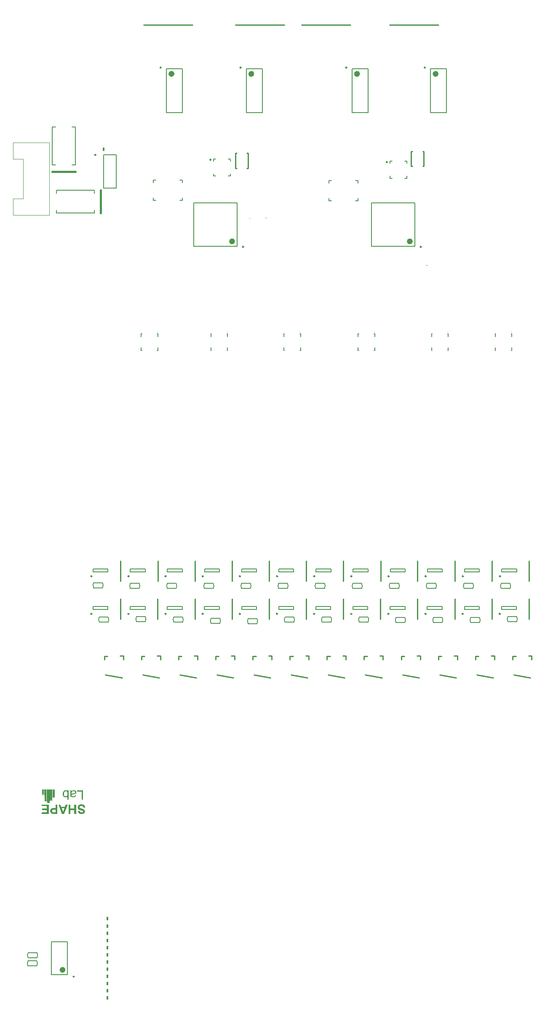
<source format=gto>
G04 Layer_Color=15132400*
%FSLAX25Y25*%
%MOIN*%
G70*
G01*
G75*
%ADD50C,0.00800*%
%ADD53C,0.01000*%
%ADD68C,0.02362*%
%ADD69C,0.00984*%
%ADD70C,0.00394*%
%ADD71C,0.00500*%
%ADD72C,0.01575*%
%ADD73C,0.00787*%
%ADD74C,0.00050*%
%ADD75R,0.01600X0.02800*%
%ADD76R,0.01525X0.03773*%
%ADD77R,0.01525X0.08873*%
%ADD78R,0.01525X0.10077*%
%ADD79R,0.01525X0.08415*%
%ADD80R,0.01490X0.05968*%
G36*
X148146Y343707D02*
X148210D01*
X148285Y343697D01*
X148382Y343675D01*
X148597Y343621D01*
X148715Y343579D01*
X148833Y343525D01*
X148962Y343460D01*
X149080Y343385D01*
X149209Y343288D01*
X149327Y343181D01*
X149434Y343063D01*
X149542Y342923D01*
Y343600D01*
X150390D01*
Y336168D01*
X149478D01*
Y338821D01*
X149467Y338810D01*
X149456Y338788D01*
X149424Y338756D01*
X149370Y338703D01*
X149316Y338649D01*
X149252Y338584D01*
X149166Y338520D01*
X149080Y338456D01*
X148865Y338316D01*
X148618Y338209D01*
X148479Y338155D01*
X148328Y338123D01*
X148167Y338101D01*
X148006Y338090D01*
X147920D01*
X147824Y338101D01*
X147705Y338112D01*
X147566Y338144D01*
X147405Y338176D01*
X147233Y338230D01*
X147072Y338294D01*
X147050Y338305D01*
X146996Y338327D01*
X146911Y338380D01*
X146814Y338445D01*
X146696Y338520D01*
X146578Y338617D01*
X146449Y338735D01*
X146341Y338864D01*
X146331Y338874D01*
X146298Y338928D01*
X146245Y339003D01*
X146180Y339100D01*
X146105Y339229D01*
X146030Y339379D01*
X145955Y339551D01*
X145890Y339734D01*
Y339744D01*
X145880Y339755D01*
X145869Y339787D01*
X145858Y339820D01*
X145837Y339927D01*
X145804Y340067D01*
X145772Y340228D01*
X145740Y340410D01*
X145729Y340614D01*
X145719Y340829D01*
Y340840D01*
Y340894D01*
Y340958D01*
X145729Y341055D01*
X145740Y341173D01*
X145751Y341302D01*
X145772Y341452D01*
X145804Y341613D01*
X145890Y341957D01*
X145944Y342139D01*
X146008Y342311D01*
X146084Y342494D01*
X146180Y342655D01*
X146288Y342816D01*
X146406Y342966D01*
X146417Y342977D01*
X146438Y342999D01*
X146470Y343031D01*
X146524Y343084D01*
X146599Y343138D01*
X146674Y343203D01*
X146760Y343267D01*
X146868Y343342D01*
X146986Y343407D01*
X147104Y343482D01*
X147394Y343600D01*
X147544Y343654D01*
X147705Y343686D01*
X147877Y343707D01*
X148049Y343718D01*
X148092D01*
X148146Y343707D01*
D02*
G37*
G36*
X161850Y336168D02*
X160862D01*
Y342719D01*
X157200D01*
Y343600D01*
X161850D01*
Y336168D01*
D02*
G37*
G36*
X154772Y343707D02*
X154848D01*
X154933Y343697D01*
X155127Y343664D01*
X155341Y343611D01*
X155578Y343535D01*
X155793Y343428D01*
X155986Y343288D01*
X156007Y343267D01*
X156061Y343213D01*
X156136Y343117D01*
X156222Y342988D01*
X156308Y342827D01*
X156383Y342644D01*
X156437Y342419D01*
X156448Y342311D01*
X156458Y342182D01*
Y342161D01*
Y342118D01*
X156448Y342043D01*
X156437Y341946D01*
X156415Y341828D01*
X156383Y341710D01*
X156340Y341581D01*
X156287Y341463D01*
X156276Y341452D01*
X156254Y341409D01*
X156211Y341344D01*
X156158Y341269D01*
X156093Y341183D01*
X156007Y341097D01*
X155921Y341012D01*
X155814Y340936D01*
X155803Y340926D01*
X155760Y340904D01*
X155707Y340861D01*
X155621Y340818D01*
X155524Y340775D01*
X155406Y340722D01*
X155288Y340679D01*
X155148Y340636D01*
X155137D01*
X155095Y340625D01*
X155030Y340603D01*
X154944Y340593D01*
X154837Y340571D01*
X154697Y340550D01*
X154536Y340518D01*
X154343Y340496D01*
X154332D01*
X154289Y340485D01*
X154235D01*
X154160Y340475D01*
X154074Y340464D01*
X153967Y340442D01*
X153849Y340432D01*
X153720Y340410D01*
X153462Y340356D01*
X153183Y340303D01*
X152936Y340238D01*
X152818Y340206D01*
X152710Y340174D01*
Y340163D01*
Y340142D01*
X152699Y340077D01*
Y340002D01*
Y339959D01*
Y339938D01*
Y339927D01*
Y339916D01*
Y339852D01*
X152710Y339744D01*
X152732Y339626D01*
X152764Y339497D01*
X152818Y339368D01*
X152882Y339250D01*
X152968Y339154D01*
X152979Y339143D01*
X153032Y339100D01*
X153118Y339057D01*
X153226Y338993D01*
X153376Y338939D01*
X153548Y338885D01*
X153763Y338853D01*
X154010Y338842D01*
X154117D01*
X154225Y338853D01*
X154375Y338874D01*
X154525Y338896D01*
X154686Y338939D01*
X154837Y338993D01*
X154966Y339068D01*
X154976Y339078D01*
X155019Y339111D01*
X155073Y339164D01*
X155137Y339250D01*
X155202Y339358D01*
X155277Y339497D01*
X155341Y339669D01*
X155406Y339862D01*
X156297Y339744D01*
Y339734D01*
X156287Y339723D01*
Y339691D01*
X156276Y339648D01*
X156244Y339551D01*
X156201Y339411D01*
X156147Y339272D01*
X156083Y339121D01*
X155997Y338971D01*
X155900Y338831D01*
X155889Y338821D01*
X155846Y338778D01*
X155782Y338713D01*
X155696Y338627D01*
X155578Y338541D01*
X155438Y338456D01*
X155277Y338359D01*
X155095Y338284D01*
X155084D01*
X155073Y338273D01*
X155041Y338262D01*
X154998Y338251D01*
X154890Y338219D01*
X154740Y338187D01*
X154568Y338155D01*
X154353Y338123D01*
X154128Y338101D01*
X153870Y338090D01*
X153752D01*
X153634Y338101D01*
X153473Y338112D01*
X153290Y338133D01*
X153108Y338165D01*
X152925Y338209D01*
X152753Y338262D01*
X152732Y338273D01*
X152678Y338294D01*
X152603Y338327D01*
X152506Y338370D01*
X152399Y338434D01*
X152291Y338498D01*
X152195Y338584D01*
X152109Y338670D01*
X152098Y338681D01*
X152076Y338713D01*
X152044Y338767D01*
X152001Y338831D01*
X151948Y338928D01*
X151905Y339025D01*
X151862Y339143D01*
X151830Y339282D01*
Y339293D01*
X151819Y339325D01*
X151808Y339390D01*
X151797Y339476D01*
Y339594D01*
X151787Y339734D01*
X151776Y339916D01*
Y340120D01*
Y341344D01*
Y341355D01*
Y341398D01*
Y341463D01*
Y341549D01*
Y341645D01*
Y341763D01*
X151765Y342021D01*
Y342290D01*
X151754Y342558D01*
X151744Y342676D01*
Y342784D01*
X151733Y342880D01*
X151722Y342955D01*
Y342966D01*
X151711Y343009D01*
X151701Y343074D01*
X151668Y343160D01*
X151647Y343256D01*
X151604Y343364D01*
X151550Y343482D01*
X151497Y343600D01*
X152452D01*
X152463Y343589D01*
X152474Y343546D01*
X152495Y343493D01*
X152528Y343407D01*
X152560Y343310D01*
X152581Y343192D01*
X152603Y343063D01*
X152624Y342923D01*
X152635D01*
X152646Y342945D01*
X152710Y342999D01*
X152807Y343074D01*
X152936Y343170D01*
X153097Y343267D01*
X153258Y343374D01*
X153430Y343471D01*
X153612Y343546D01*
X153634Y343557D01*
X153698Y343568D01*
X153795Y343600D01*
X153913Y343632D01*
X154063Y343664D01*
X154235Y343686D01*
X154429Y343707D01*
X154622Y343718D01*
X154708D01*
X154772Y343707D01*
D02*
G37*
G36*
X156293Y325037D02*
X154804D01*
Y327931D01*
X151899D01*
Y325037D01*
X150409D01*
Y332400D01*
X151899D01*
Y329176D01*
X154804D01*
Y332400D01*
X156293D01*
Y325037D01*
D02*
G37*
G36*
X160752Y332528D02*
X160869Y332517D01*
X160996Y332506D01*
X161145Y332485D01*
X161305Y332453D01*
X161656Y332379D01*
X161837Y332326D01*
X162007Y332272D01*
X162188Y332198D01*
X162358Y332113D01*
X162518Y332017D01*
X162667Y331900D01*
X162678Y331889D01*
X162699Y331868D01*
X162741Y331836D01*
X162784Y331783D01*
X162848Y331708D01*
X162912Y331623D01*
X162986Y331527D01*
X163060Y331421D01*
X163135Y331293D01*
X163209Y331155D01*
X163284Y330995D01*
X163358Y330825D01*
X163412Y330644D01*
X163476Y330442D01*
X163518Y330229D01*
X163550Y330006D01*
X162103Y329868D01*
Y329878D01*
X162092Y329900D01*
Y329942D01*
X162082Y329985D01*
X162039Y330112D01*
X161986Y330272D01*
X161922Y330453D01*
X161826Y330634D01*
X161720Y330793D01*
X161582Y330942D01*
X161560Y330953D01*
X161507Y330995D01*
X161422Y331049D01*
X161294Y331113D01*
X161135Y331176D01*
X160954Y331230D01*
X160741Y331272D01*
X160496Y331283D01*
X160379D01*
X160251Y331261D01*
X160092Y331240D01*
X159922Y331208D01*
X159741Y331155D01*
X159571Y331081D01*
X159422Y330985D01*
X159400Y330974D01*
X159358Y330932D01*
X159305Y330868D01*
X159230Y330783D01*
X159166Y330676D01*
X159102Y330549D01*
X159060Y330421D01*
X159049Y330272D01*
Y330261D01*
Y330229D01*
X159060Y330176D01*
X159071Y330112D01*
X159092Y330048D01*
X159113Y329974D01*
X159156Y329900D01*
X159209Y329825D01*
X159220Y329814D01*
X159241Y329793D01*
X159273Y329761D01*
X159326Y329719D01*
X159400Y329665D01*
X159496Y329612D01*
X159602Y329559D01*
X159741Y329506D01*
X159751D01*
X159794Y329485D01*
X159869Y329463D01*
X159922Y329442D01*
X159985Y329431D01*
X160060Y329410D01*
X160145Y329378D01*
X160241Y329357D01*
X160347Y329325D01*
X160475Y329293D01*
X160613Y329261D01*
X160762Y329219D01*
X160933Y329176D01*
X160943D01*
X160986Y329165D01*
X161049Y329144D01*
X161124Y329123D01*
X161220Y329091D01*
X161337Y329059D01*
X161454Y329016D01*
X161592Y328974D01*
X161869Y328868D01*
X162135Y328740D01*
X162273Y328676D01*
X162390Y328602D01*
X162507Y328527D01*
X162603Y328452D01*
X162614Y328442D01*
X162635Y328421D01*
X162667Y328389D01*
X162709Y328346D01*
X162763Y328282D01*
X162816Y328208D01*
X162880Y328133D01*
X162933Y328038D01*
X163060Y327814D01*
X163167Y327559D01*
X163209Y327420D01*
X163241Y327282D01*
X163263Y327122D01*
X163273Y326963D01*
Y326952D01*
Y326942D01*
Y326910D01*
Y326867D01*
X163252Y326761D01*
X163231Y326622D01*
X163199Y326463D01*
X163146Y326282D01*
X163071Y326090D01*
X162965Y325909D01*
Y325899D01*
X162954Y325888D01*
X162901Y325824D01*
X162837Y325739D01*
X162731Y325633D01*
X162603Y325516D01*
X162443Y325388D01*
X162262Y325271D01*
X162050Y325165D01*
X162039D01*
X162018Y325154D01*
X161986Y325144D01*
X161943Y325122D01*
X161880Y325101D01*
X161816Y325080D01*
X161731Y325058D01*
X161635Y325026D01*
X161422Y324984D01*
X161177Y324941D01*
X160901Y324909D01*
X160592Y324899D01*
X160464D01*
X160369Y324909D01*
X160251Y324920D01*
X160113Y324931D01*
X159975Y324952D01*
X159815Y324973D01*
X159475Y325048D01*
X159305Y325101D01*
X159134Y325154D01*
X158964Y325229D01*
X158805Y325314D01*
X158656Y325410D01*
X158517Y325516D01*
X158507Y325526D01*
X158485Y325548D01*
X158453Y325580D01*
X158411Y325622D01*
X158358Y325686D01*
X158294Y325761D01*
X158230Y325846D01*
X158156Y325941D01*
X158092Y326059D01*
X158028Y326176D01*
X157964Y326314D01*
X157911Y326463D01*
X157858Y326612D01*
X157815Y326782D01*
X157783Y326952D01*
X157772Y327144D01*
X159262Y327197D01*
Y327186D01*
Y327176D01*
X159283Y327101D01*
X159305Y327006D01*
X159347Y326888D01*
X159400Y326750D01*
X159475Y326622D01*
X159571Y326495D01*
X159677Y326388D01*
X159688Y326378D01*
X159730Y326346D01*
X159805Y326303D01*
X159911Y326261D01*
X160039Y326218D01*
X160198Y326176D01*
X160390Y326144D01*
X160613Y326133D01*
X160720D01*
X160837Y326144D01*
X160975Y326165D01*
X161135Y326197D01*
X161305Y326250D01*
X161465Y326314D01*
X161614Y326410D01*
X161624Y326420D01*
X161645Y326442D01*
X161688Y326473D01*
X161731Y326527D01*
X161773Y326590D01*
X161816Y326676D01*
X161837Y326761D01*
X161848Y326867D01*
Y326878D01*
Y326910D01*
X161837Y326963D01*
X161816Y327016D01*
X161794Y327091D01*
X161762Y327165D01*
X161709Y327240D01*
X161635Y327314D01*
X161624Y327325D01*
X161571Y327357D01*
X161539Y327378D01*
X161486Y327399D01*
X161433Y327431D01*
X161358Y327463D01*
X161273Y327495D01*
X161177Y327537D01*
X161060Y327580D01*
X160943Y327623D01*
X160794Y327665D01*
X160635Y327708D01*
X160464Y327750D01*
X160273Y327803D01*
X160262D01*
X160220Y327814D01*
X160166Y327825D01*
X160092Y327846D01*
X160007Y327867D01*
X159900Y327899D01*
X159783Y327931D01*
X159666Y327963D01*
X159411Y328048D01*
X159145Y328133D01*
X158890Y328229D01*
X158783Y328282D01*
X158677Y328335D01*
X158666D01*
X158656Y328346D01*
X158592Y328389D01*
X158496Y328452D01*
X158379Y328538D01*
X158251Y328644D01*
X158113Y328772D01*
X157975Y328921D01*
X157858Y329091D01*
X157847Y329112D01*
X157815Y329176D01*
X157762Y329272D01*
X157709Y329410D01*
X157655Y329580D01*
X157602Y329783D01*
X157570Y330006D01*
X157560Y330261D01*
Y330272D01*
Y330293D01*
Y330325D01*
Y330368D01*
X157570Y330421D01*
X157581Y330495D01*
X157602Y330644D01*
X157645Y330836D01*
X157709Y331038D01*
X157804Y331240D01*
X157921Y331453D01*
Y331464D01*
X157943Y331474D01*
X157985Y331538D01*
X158070Y331645D01*
X158177Y331762D01*
X158315Y331900D01*
X158496Y332028D01*
X158687Y332155D01*
X158922Y332272D01*
X158932D01*
X158953Y332283D01*
X158985Y332294D01*
X159039Y332315D01*
X159102Y332336D01*
X159177Y332357D01*
X159262Y332379D01*
X159358Y332400D01*
X159475Y332432D01*
X159592Y332453D01*
X159869Y332496D01*
X160177Y332528D01*
X160518Y332538D01*
X160656D01*
X160752Y332528D01*
D02*
G37*
G36*
X146771Y325037D02*
X145196D01*
X142238Y332400D01*
X143845D01*
X144483Y330730D01*
X147441D01*
X148047Y332400D01*
X149622D01*
X146771Y325037D01*
D02*
G37*
G36*
X434291Y758897D02*
X434029D01*
X433910Y758774D01*
X434291Y758506D01*
Y758374D01*
X433843Y758704D01*
X433536Y758388D01*
Y758525D01*
X433911Y758897D01*
X433536D01*
Y758998D01*
X434291D01*
Y758897D01*
D02*
G37*
G36*
X141440Y325037D02*
X138727D01*
X138610Y325048D01*
X138333D01*
X138035Y325069D01*
X137737Y325090D01*
X137610Y325101D01*
X137482Y325112D01*
X137375Y325133D01*
X137290Y325154D01*
X137280D01*
X137259Y325165D01*
X137227Y325175D01*
X137184Y325186D01*
X137067Y325239D01*
X136918Y325303D01*
X136758Y325399D01*
X136577Y325526D01*
X136407Y325686D01*
X136237Y325878D01*
Y325888D01*
X136216Y325899D01*
X136195Y325931D01*
X136173Y325973D01*
X136131Y326037D01*
X136099Y326101D01*
X136056Y326176D01*
X136014Y326261D01*
X135939Y326473D01*
X135865Y326708D01*
X135822Y326995D01*
X135801Y327303D01*
Y327314D01*
Y327335D01*
Y327367D01*
Y327420D01*
X135811Y327474D01*
Y327548D01*
X135833Y327697D01*
X135865Y327878D01*
X135907Y328080D01*
X135971Y328272D01*
X136056Y328452D01*
X136067Y328474D01*
X136099Y328527D01*
X136152Y328612D01*
X136226Y328718D01*
X136312Y328825D01*
X136429Y328953D01*
X136546Y329070D01*
X136684Y329176D01*
X136705Y329187D01*
X136748Y329219D01*
X136822Y329261D01*
X136918Y329314D01*
X137035Y329378D01*
X137163Y329431D01*
X137301Y329485D01*
X137450Y329527D01*
X137471D01*
X137503Y329538D01*
X137546D01*
X137599Y329548D01*
X137673Y329559D01*
X137748Y329570D01*
X137844D01*
X137940Y329580D01*
X138057Y329591D01*
X138184Y329602D01*
X138322Y329612D01*
X138471D01*
X138631Y329623D01*
X139950D01*
Y332400D01*
X141440D01*
Y325037D01*
D02*
G37*
G36*
X134577D02*
X129119D01*
Y326282D01*
X133088D01*
Y327910D01*
X129396D01*
Y329155D01*
X133088D01*
Y331155D01*
X128981D01*
Y332400D01*
X134577D01*
Y325037D01*
D02*
G37*
G36*
X433864Y771702D02*
Y771593D01*
X433109Y771284D01*
Y771397D01*
X433338Y771486D01*
Y771802D01*
X433109Y771884D01*
Y771989D01*
X433864Y771702D01*
D02*
G37*
G36*
X306696Y795942D02*
X307012Y795636D01*
X306875D01*
X306503Y796011D01*
Y795636D01*
X306402D01*
Y796390D01*
X306503D01*
Y796129D01*
X306626Y796010D01*
X306894Y796390D01*
X307026D01*
X306696Y795942D01*
D02*
G37*
G36*
X294116Y795209D02*
X294002D01*
X293914Y795438D01*
X293598D01*
X293516Y795209D01*
X293411D01*
X293698Y795964D01*
X293807D01*
X294116Y795209D01*
D02*
G37*
%LPC*%
G36*
X139950Y328378D02*
X138929D01*
X138855Y328367D01*
X138663D01*
X138471Y328357D01*
X138280Y328335D01*
X138110Y328304D01*
X138035Y328293D01*
X137971Y328272D01*
X137961Y328261D01*
X137918Y328250D01*
X137865Y328218D01*
X137801Y328186D01*
X137727Y328133D01*
X137652Y328069D01*
X137567Y327995D01*
X137503Y327910D01*
X137493Y327899D01*
X137471Y327867D01*
X137450Y327814D01*
X137418Y327740D01*
X137386Y327655D01*
X137354Y327559D01*
X137344Y327452D01*
X137333Y327335D01*
Y327314D01*
Y327272D01*
X137344Y327197D01*
X137365Y327101D01*
X137397Y326995D01*
X137439Y326878D01*
X137493Y326771D01*
X137578Y326665D01*
X137588Y326654D01*
X137620Y326622D01*
X137673Y326580D01*
X137737Y326527D01*
X137822Y326463D01*
X137929Y326410D01*
X138046Y326367D01*
X138174Y326335D01*
X138184D01*
X138227Y326325D01*
X138301Y326314D01*
X138408Y326303D01*
X138546D01*
X138642Y326293D01*
X138737D01*
X138844Y326282D01*
X139950D01*
Y328378D01*
D02*
G37*
G36*
X146994Y329485D02*
X144962D01*
X145994Y326750D01*
X146994Y329485D01*
D02*
G37*
G36*
X293751Y795885D02*
Y795884D01*
X293750Y795882D01*
Y795878D01*
X293747Y795873D01*
X293746Y795866D01*
X293744Y795858D01*
X293740Y795839D01*
X293734Y795818D01*
X293727Y795794D01*
X293719Y795767D01*
X293709Y795740D01*
X293628Y795520D01*
X293882D01*
X293804Y795727D01*
Y795728D01*
X293803Y795731D01*
X293801Y795737D01*
X293799Y795744D01*
X293795Y795751D01*
X293792Y795761D01*
X293789Y795772D01*
X293784Y795783D01*
X293776Y795808D01*
X293767Y795834D01*
X293758Y795860D01*
X293751Y795885D01*
D02*
G37*
G36*
X433420Y771772D02*
Y771517D01*
X433627Y771596D01*
X433628D01*
X433632Y771597D01*
X433637Y771599D01*
X433643Y771601D01*
X433651Y771605D01*
X433661Y771608D01*
X433672Y771611D01*
X433683Y771615D01*
X433708Y771624D01*
X433734Y771633D01*
X433760Y771642D01*
X433785Y771649D01*
X433784D01*
X433782Y771650D01*
X433778D01*
X433773Y771653D01*
X433766Y771654D01*
X433758Y771656D01*
X433739Y771660D01*
X433718Y771666D01*
X433694Y771673D01*
X433668Y771681D01*
X433640Y771691D01*
X433420Y771772D01*
D02*
G37*
G36*
X148124Y342966D02*
X148071D01*
X148028Y342955D01*
X147909Y342934D01*
X147770Y342902D01*
X147609Y342837D01*
X147437Y342752D01*
X147265Y342623D01*
X147179Y342537D01*
X147093Y342451D01*
Y342440D01*
X147072Y342429D01*
X147050Y342397D01*
X147029Y342354D01*
X146986Y342300D01*
X146954Y342236D01*
X146911Y342150D01*
X146868Y342064D01*
X146835Y341957D01*
X146792Y341849D01*
X146749Y341720D01*
X146717Y341581D01*
X146696Y341430D01*
X146674Y341269D01*
X146653Y341087D01*
Y340904D01*
Y340894D01*
Y340861D01*
Y340808D01*
X146664Y340732D01*
Y340647D01*
X146674Y340539D01*
X146706Y340314D01*
X146749Y340067D01*
X146825Y339798D01*
X146932Y339562D01*
X146996Y339444D01*
X147072Y339347D01*
Y339336D01*
X147093Y339325D01*
X147147Y339272D01*
X147233Y339186D01*
X147351Y339089D01*
X147501Y339003D01*
X147673Y338917D01*
X147877Y338864D01*
X147985Y338842D01*
X148146D01*
X148189Y338853D01*
X148307Y338874D01*
X148446Y338907D01*
X148608Y338971D01*
X148779Y339068D01*
X148865Y339121D01*
X148951Y339196D01*
X149037Y339272D01*
X149123Y339368D01*
Y339379D01*
X149144Y339390D01*
X149166Y339422D01*
X149188Y339465D01*
X149220Y339519D01*
X149263Y339583D01*
X149295Y339658D01*
X149338Y339744D01*
X149381Y339852D01*
X149413Y339959D01*
X149456Y340088D01*
X149488Y340217D01*
X149510Y340367D01*
X149531Y340528D01*
X149553Y340689D01*
Y340872D01*
Y340883D01*
Y340915D01*
Y340969D01*
Y341033D01*
X149542Y341108D01*
Y341205D01*
X149520Y341409D01*
X149488Y341634D01*
X149445Y341871D01*
X149381Y342086D01*
X149338Y342182D01*
X149295Y342268D01*
Y342279D01*
X149273Y342300D01*
X149252Y342333D01*
X149220Y342376D01*
X149123Y342494D01*
X148983Y342612D01*
X148822Y342741D01*
X148618Y342859D01*
X148511Y342902D01*
X148382Y342934D01*
X148264Y342955D01*
X148124Y342966D01*
D02*
G37*
G36*
X154396Y342999D02*
X154311D01*
X154203Y342988D01*
X154085Y342966D01*
X153935Y342945D01*
X153784Y342902D01*
X153623Y342848D01*
X153462Y342773D01*
X153440Y342762D01*
X153398Y342730D01*
X153322Y342676D01*
X153236Y342601D01*
X153140Y342515D01*
X153032Y342408D01*
X152946Y342279D01*
X152861Y342139D01*
X152850Y342129D01*
X152839Y342086D01*
X152818Y342010D01*
X152785Y341914D01*
X152753Y341785D01*
X152732Y341634D01*
X152721Y341452D01*
X152710Y341237D01*
X152699Y340894D01*
X152710D01*
X152721Y340904D01*
X152753Y340915D01*
X152796Y340926D01*
X152850Y340947D01*
X152914Y340969D01*
X152989Y340990D01*
X153075Y341012D01*
X153172Y341044D01*
X153290Y341065D01*
X153408Y341097D01*
X153548Y341130D01*
X153698Y341162D01*
X153849Y341194D01*
X154021Y341216D01*
X154203Y341248D01*
X154225D01*
X154289Y341259D01*
X154396Y341280D01*
X154515Y341302D01*
X154643Y341323D01*
X154772Y341355D01*
X154890Y341388D01*
X154998Y341430D01*
X155009D01*
X155041Y341452D01*
X155084Y341473D01*
X155127Y341506D01*
X155256Y341592D01*
X155363Y341720D01*
Y341731D01*
X155385Y341753D01*
X155395Y341796D01*
X155417Y341849D01*
X155438Y341914D01*
X155460Y341978D01*
X155470Y342064D01*
X155481Y342150D01*
Y342161D01*
Y342214D01*
X155470Y342279D01*
X155449Y342365D01*
X155417Y342461D01*
X155363Y342558D01*
X155299Y342666D01*
X155213Y342762D01*
X155202Y342773D01*
X155159Y342794D01*
X155095Y342837D01*
X155009Y342880D01*
X154890Y342923D01*
X154751Y342966D01*
X154590Y342988D01*
X154396Y342999D01*
D02*
G37*
%LPD*%
D50*
X356400Y823700D02*
Y825700D01*
X358400D01*
X377400D02*
X379400D01*
Y823700D02*
Y825700D01*
Y809700D02*
Y811700D01*
X377400Y809700D02*
X379400D01*
X356400D02*
X358400D01*
X356400D02*
Y811700D01*
X217400Y823900D02*
Y825900D01*
X219400D01*
X238400D02*
X240400D01*
Y823900D02*
Y825900D01*
Y809900D02*
Y811900D01*
X238400Y809900D02*
X240400D01*
X217400D02*
X219400D01*
X217400D02*
Y811900D01*
D53*
X220906Y508790D02*
Y524790D01*
X220893Y479075D02*
Y495075D01*
X250298Y508790D02*
Y524790D01*
X250272Y479075D02*
Y495075D01*
X279689Y508790D02*
Y524790D01*
X279650Y479075D02*
Y495075D01*
X309080Y508790D02*
Y524790D01*
X309028Y479075D02*
Y495075D01*
X338472Y508790D02*
Y524790D01*
X338406Y479075D02*
Y495075D01*
X367863Y508790D02*
Y524790D01*
X367785Y479075D02*
Y495075D01*
X397254Y508790D02*
Y524790D01*
X397163Y479075D02*
Y495075D01*
X426545Y508790D02*
Y524790D01*
X426541Y479075D02*
Y495075D01*
X456037Y508790D02*
Y524790D01*
X455919Y479075D02*
Y495075D01*
X485428Y508790D02*
Y524790D01*
X485297Y479075D02*
Y495075D01*
X514819Y508790D02*
Y524790D01*
X514676Y479075D02*
Y495075D01*
X191515Y508790D02*
Y524790D01*
Y479075D02*
Y495075D01*
X421567Y836899D02*
Y848710D01*
X431409Y836899D02*
Y848710D01*
X430622Y836899D02*
X431409D01*
X421567D02*
X422354D01*
X430622Y848710D02*
X431409D01*
X421567D02*
X422354D01*
X282464Y835306D02*
Y847118D01*
X292306Y835306D02*
Y847118D01*
X291519Y835306D02*
X292306D01*
X282464D02*
X283251D01*
X291519Y847118D02*
X292306D01*
X282464D02*
X283251D01*
X237334Y446918D02*
Y449627D01*
X239834D01*
X249834Y449918D02*
X252334D01*
Y446918D02*
Y449627D01*
X266713Y446918D02*
Y449627D01*
X269213D01*
X279213Y449918D02*
X281713D01*
Y446918D02*
Y449627D01*
X296091Y446918D02*
Y449627D01*
X298591D01*
X308591Y449918D02*
X311091D01*
Y446918D02*
Y449627D01*
X325469Y446918D02*
Y449627D01*
X327969D01*
X337969Y449918D02*
X340469D01*
Y446918D02*
Y449627D01*
X354848Y446918D02*
Y449627D01*
X357347D01*
X367348Y449918D02*
X369847D01*
Y446918D02*
Y449627D01*
X384226Y446918D02*
Y449627D01*
X386726D01*
X396726Y449918D02*
X399226D01*
Y446918D02*
Y449627D01*
X413604Y446918D02*
Y449627D01*
X416104D01*
X426104Y449918D02*
X428604D01*
Y446918D02*
Y449627D01*
X442982Y446918D02*
Y449627D01*
X445482D01*
X455482Y449918D02*
X457982D01*
Y446918D02*
Y449627D01*
X472361Y446918D02*
Y449627D01*
X474860D01*
X484861Y449918D02*
X487360D01*
Y446918D02*
Y449627D01*
X501739Y446918D02*
Y449627D01*
X504239D01*
X514239Y449918D02*
X516739D01*
Y446918D02*
Y449627D01*
X207956Y446918D02*
Y449627D01*
X210456D01*
X220456Y449918D02*
X222956D01*
Y446918D02*
Y449627D01*
X178578Y446918D02*
Y449627D01*
X181078D01*
X191078Y449918D02*
X193578D01*
Y446918D02*
Y449627D01*
X404461Y948509D02*
X443043D01*
X334861D02*
X373443D01*
X282461D02*
X321043D01*
X209861D02*
X248443D01*
X179554Y434889D02*
X192602Y432588D01*
X502714Y434889D02*
X515763Y432588D01*
X208932Y434889D02*
X221981Y432588D01*
X238310Y434889D02*
X251359Y432588D01*
X267688Y434889D02*
X280737Y432588D01*
X355823Y434889D02*
X368872Y432588D01*
X326445Y434889D02*
X339494Y432588D01*
X297067Y434889D02*
X310115Y432588D01*
X443958Y434889D02*
X457007Y432588D01*
X414580Y434889D02*
X427628Y432588D01*
X385201Y434889D02*
X398250Y432588D01*
X473336Y434889D02*
X486385Y432588D01*
D68*
X379814Y909887D02*
G03*
X379814Y909887I-1181J0D01*
G01*
X441994D02*
G03*
X441994Y909887I-1181J0D01*
G01*
X232919D02*
G03*
X232919Y909887I-1181J0D01*
G01*
X421570Y777511D02*
G03*
X421570Y777511I-1181J0D01*
G01*
X280870D02*
G03*
X280870Y777511I-1181J0D01*
G01*
X296109Y909887D02*
G03*
X296109Y909887I-1181J0D01*
G01*
X146743Y201745D02*
G03*
X146743Y201745I-1181J0D01*
G01*
D69*
X370621Y914907D02*
G03*
X370621Y914907I-492J0D01*
G01*
X432801D02*
G03*
X432801Y914907I-492J0D01*
G01*
X223726D02*
G03*
X223726Y914907I-492J0D01*
G01*
X429641Y773180D02*
G03*
X429641Y773180I-492J0D01*
G01*
X263010Y842007D02*
G03*
X263010Y842007I-492J0D01*
G01*
X288941Y773180D02*
G03*
X288941Y773180I-492J0D01*
G01*
X198211Y483150D02*
G03*
X198211Y483150I-492J0D01*
G01*
X227624Y512851D02*
G03*
X227624Y512851I-492J0D01*
G01*
X227597Y483150D02*
G03*
X227597Y483150I-492J0D01*
G01*
X257024Y512851D02*
G03*
X257024Y512851I-492J0D01*
G01*
X256984Y483150D02*
G03*
X256984Y483150I-492J0D01*
G01*
X286424Y512851D02*
G03*
X286424Y512851I-492J0D01*
G01*
X286371Y483150D02*
G03*
X286371Y483150I-492J0D01*
G01*
X315824Y512851D02*
G03*
X315824Y512851I-492J0D01*
G01*
X315758Y483150D02*
G03*
X315758Y483150I-492J0D01*
G01*
X345223Y512851D02*
G03*
X345223Y512851I-492J0D01*
G01*
X345145Y483150D02*
G03*
X345145Y483150I-492J0D01*
G01*
X374623Y512851D02*
G03*
X374623Y512851I-492J0D01*
G01*
X374532Y483150D02*
G03*
X374532Y483150I-492J0D01*
G01*
X404024Y512851D02*
G03*
X404024Y512851I-492J0D01*
G01*
X403919Y483150D02*
G03*
X403919Y483150I-492J0D01*
G01*
X433424Y512851D02*
G03*
X433424Y512851I-492J0D01*
G01*
X433306Y483150D02*
G03*
X433306Y483150I-492J0D01*
G01*
X462823Y512851D02*
G03*
X462823Y512851I-492J0D01*
G01*
X462693Y483150D02*
G03*
X462693Y483150I-492J0D01*
G01*
X492224Y512851D02*
G03*
X492224Y512851I-492J0D01*
G01*
X492080Y483150D02*
G03*
X492080Y483150I-492J0D01*
G01*
X168824Y512851D02*
G03*
X168824Y512851I-492J0D01*
G01*
Y483150D02*
G03*
X168824Y483150I-492J0D01*
G01*
X402740Y840217D02*
G03*
X402740Y840217I-492J0D01*
G01*
X171903Y845852D02*
G03*
X171903Y845852I-492J0D01*
G01*
X198224Y512851D02*
G03*
X198224Y512851I-492J0D01*
G01*
X286916Y914907D02*
G03*
X286916Y914907I-492J0D01*
G01*
X154913Y196430D02*
G03*
X154913Y196430I-492J0D01*
G01*
D70*
X333611Y706159D02*
G03*
X333611Y706159I-197J0D01*
G01*
X392376D02*
G03*
X392376Y706159I-197J0D01*
G01*
X450595D02*
G03*
X450595Y706159I-197J0D01*
G01*
X500861D02*
G03*
X500861Y706159I-197J0D01*
G01*
X220746D02*
G03*
X220746Y706159I-197J0D01*
G01*
X275861D02*
G03*
X275861Y706159I-197J0D01*
G01*
X106542Y855435D02*
X135085D01*
X106542Y842639D02*
Y855435D01*
Y842639D02*
X114416D01*
Y811143D02*
Y842639D01*
X106542Y811143D02*
X114416D01*
X106542Y798348D02*
Y811143D01*
Y798348D02*
X135085D01*
Y855435D01*
D71*
X199200Y507250D02*
G03*
X199200Y503250I3750J-2000D01*
G01*
X206200D02*
G03*
X206200Y507250I-3750J2000D01*
G01*
X211075Y476960D02*
G03*
X211075Y480960I-3750J2000D01*
G01*
X204075D02*
G03*
X204075Y476960I3750J-2000D01*
G01*
X228505Y507250D02*
G03*
X228505Y503250I3750J-2000D01*
G01*
X235505D02*
G03*
X235505Y507250I-3750J2000D01*
G01*
X240575Y476660D02*
G03*
X240575Y480660I-3750J2000D01*
G01*
X233575D02*
G03*
X233575Y476660I3750J-2000D01*
G01*
X257860Y507250D02*
G03*
X257860Y503250I3750J-2000D01*
G01*
X264860D02*
G03*
X264860Y507250I-3750J2000D01*
G01*
X270075Y475710D02*
G03*
X270075Y479710I-3750J2000D01*
G01*
X263075D02*
G03*
X263075Y475710I3750J-2000D01*
G01*
X287215Y507250D02*
G03*
X287215Y503250I3750J-2000D01*
G01*
X294215D02*
G03*
X294215Y507250I-3750J2000D01*
G01*
X299425Y475360D02*
G03*
X299425Y479360I-3750J2000D01*
G01*
X292425D02*
G03*
X292425Y475360I3750J-2000D01*
G01*
X316570Y507250D02*
G03*
X316570Y503250I3750J-2000D01*
G01*
X323570D02*
G03*
X323570Y507250I-3750J2000D01*
G01*
X328625Y476460D02*
G03*
X328625Y480460I-3750J2000D01*
G01*
X321625D02*
G03*
X321625Y476460I3750J-2000D01*
G01*
X345925Y507250D02*
G03*
X345925Y503250I3750J-2000D01*
G01*
X352925D02*
G03*
X352925Y507250I-3750J2000D01*
G01*
X358025Y476460D02*
G03*
X358025Y480460I-3750J2000D01*
G01*
X351025D02*
G03*
X351025Y476460I3750J-2000D01*
G01*
X375280Y507250D02*
G03*
X375280Y503250I3750J-2000D01*
G01*
X382280D02*
G03*
X382280Y507250I-3750J2000D01*
G01*
X387425Y476560D02*
G03*
X387425Y480560I-3750J2000D01*
G01*
X380425D02*
G03*
X380425Y476560I3750J-2000D01*
G01*
X404635Y507250D02*
G03*
X404635Y503250I3750J-2000D01*
G01*
X411635D02*
G03*
X411635Y507250I-3750J2000D01*
G01*
X416525Y476260D02*
G03*
X416525Y480260I-3750J2000D01*
G01*
X409525D02*
G03*
X409525Y476260I3750J-2000D01*
G01*
X433990Y507250D02*
G03*
X433990Y503250I3750J-2000D01*
G01*
X440990D02*
G03*
X440990Y507250I-3750J2000D01*
G01*
X446075Y476210D02*
G03*
X446075Y480210I-3750J2000D01*
G01*
X439075D02*
G03*
X439075Y476210I3750J-2000D01*
G01*
X463345Y507250D02*
G03*
X463345Y503250I3750J-2000D01*
G01*
X470345D02*
G03*
X470345Y507250I-3750J2000D01*
G01*
X475575Y476110D02*
G03*
X475575Y480110I-3750J2000D01*
G01*
X468575D02*
G03*
X468575Y476110I3750J-2000D01*
G01*
X492700Y507200D02*
G03*
X492700Y503200I3750J-2000D01*
G01*
X499700D02*
G03*
X499700Y507200I-3750J2000D01*
G01*
X505000Y477000D02*
G03*
X505000Y481000I-3750J2000D01*
G01*
X498000D02*
G03*
X498000Y477000I3750J-2000D01*
G01*
X170225Y507760D02*
G03*
X170225Y503760I3750J-2000D01*
G01*
X177225D02*
G03*
X177225Y507760I-3750J2000D01*
G01*
X181675Y476560D02*
G03*
X181675Y480560I-3750J2000D01*
G01*
X174675D02*
G03*
X174675Y476560I3750J-2000D01*
G01*
X125200Y204800D02*
G03*
X125200Y208800I-3750J2000D01*
G01*
X118200D02*
G03*
X118200Y204800I3750J-2000D01*
G01*
X118300Y215300D02*
G03*
X118300Y211300I3750J-2000D01*
G01*
X125300D02*
G03*
X125300Y215300I-3750J2000D01*
G01*
X199200Y507250D02*
X206200D01*
X199200Y503250D02*
X206200D01*
X204075Y476960D02*
X211075D01*
X204075Y480960D02*
X211075D01*
X228505Y507250D02*
X235505D01*
X228505Y503250D02*
X235505D01*
X233575Y476660D02*
X240575D01*
X233575Y480660D02*
X240575D01*
X257860Y507250D02*
X264860D01*
X257860Y503250D02*
X264860D01*
X263075Y475710D02*
X270075D01*
X263075Y479710D02*
X270075D01*
X287215Y507250D02*
X294215D01*
X287215Y503250D02*
X294215D01*
X292425Y475360D02*
X299425D01*
X292425Y479360D02*
X299425D01*
X316570Y507250D02*
X323570D01*
X316570Y503250D02*
X323570D01*
X321625Y476460D02*
X328625D01*
X321625Y480460D02*
X328625D01*
X345925Y507250D02*
X352925D01*
X345925Y503250D02*
X352925D01*
X351025Y476460D02*
X358025D01*
X351025Y480460D02*
X358025D01*
X375280Y507250D02*
X382280D01*
X375280Y503250D02*
X382280D01*
X380425Y476560D02*
X387425D01*
X380425Y480560D02*
X387425D01*
X404635Y507250D02*
X411635D01*
X404635Y503250D02*
X411635D01*
X409525Y476260D02*
X416525D01*
X409525Y480260D02*
X416525D01*
X433990Y507250D02*
X440990D01*
X433990Y503250D02*
X440990D01*
X439075Y476210D02*
X446075D01*
X439075Y480210D02*
X446075D01*
X463345Y507250D02*
X470345D01*
X463345Y503250D02*
X470345D01*
X468575Y476110D02*
X475575D01*
X468575Y480110D02*
X475575D01*
X492700Y507200D02*
X499700D01*
X492700Y503200D02*
X499700D01*
X498000Y477000D02*
X505000D01*
X498000Y481000D02*
X505000D01*
X170225Y507760D02*
X177225D01*
X170225Y503760D02*
X177225D01*
X174675Y476560D02*
X181675D01*
X174675Y480560D02*
X181675D01*
X118200Y204800D02*
X125200D01*
X118200Y208800D02*
X125200D01*
X118300Y215300D02*
X125300D01*
X118300Y211300D02*
X125300D01*
D72*
X137569Y832732D02*
X155680D01*
X175753Y799955D02*
Y818065D01*
D73*
X137570Y837849D02*
Y867770D01*
X155680Y837849D02*
Y867770D01*
X137570Y837849D02*
X140030D01*
X137570Y867770D02*
X140030D01*
X153219Y837849D02*
X155680D01*
X153219Y867770D02*
X155680D01*
X140714Y799955D02*
X170635D01*
X140714Y818065D02*
X170635D01*
Y799955D02*
Y802415D01*
X140714Y799955D02*
Y802415D01*
X170635Y815604D02*
Y818065D01*
X140714Y815604D02*
Y818065D01*
X374696Y879375D02*
X387294D01*
X374696Y913824D02*
X387294D01*
Y879375D02*
Y913824D01*
X374696Y879375D02*
Y913824D01*
X436876Y879375D02*
X449474D01*
X436876Y913824D02*
X449474D01*
Y879375D02*
Y913824D01*
X436876Y879375D02*
Y913824D01*
X227801Y879375D02*
X240399D01*
X227801Y913824D02*
X240399D01*
Y879375D02*
Y913824D01*
X227801Y879375D02*
Y913824D01*
X333906Y691396D02*
Y693659D01*
X333414Y691396D02*
X333906D01*
X320717D02*
Y693659D01*
X320717Y691396D02*
X321209D01*
X320717Y702321D02*
Y704584D01*
X320717D02*
X321209D01*
X333414D02*
X333906D01*
X333906Y702321D02*
Y704584D01*
X392671Y691396D02*
Y693659D01*
X392179Y691396D02*
X392671D01*
X379482D02*
Y693659D01*
X379482Y691396D02*
X379974D01*
X379482Y702321D02*
Y704584D01*
X379482D02*
X379974D01*
X392179D02*
X392671D01*
X392671Y702321D02*
Y704584D01*
X450890Y691396D02*
Y693659D01*
X450398Y691396D02*
X450890D01*
X437701D02*
Y693659D01*
X437701Y691396D02*
X438194D01*
X437701Y702321D02*
Y704584D01*
X437701D02*
X438194D01*
X450398D02*
X450890D01*
X450890Y702321D02*
Y704584D01*
X501156Y691396D02*
Y693659D01*
X500664Y691396D02*
X501156D01*
X487967D02*
Y693659D01*
X487967Y691396D02*
X488459D01*
X487967Y702321D02*
Y704584D01*
X487967D02*
X488459D01*
X500664D02*
X501156D01*
X501156Y702321D02*
Y704584D01*
X221041Y691396D02*
Y693659D01*
X220549Y691396D02*
X221041D01*
X207852D02*
Y693659D01*
X207852Y691396D02*
X208344D01*
X207852Y702321D02*
Y704584D01*
X207852D02*
X208344D01*
X220549D02*
X221041D01*
X221041Y702321D02*
Y704584D01*
X424326Y773574D02*
Y807826D01*
X390074Y773574D02*
Y807826D01*
Y773574D02*
X424326D01*
X390074Y807826D02*
X424326D01*
X265077Y829212D02*
X266750D01*
X265077D02*
Y830885D01*
X276790Y829212D02*
X278463D01*
Y830885D01*
Y840925D02*
Y842598D01*
X276790D02*
X278463D01*
X265077D02*
X266750D01*
X265077Y840925D02*
Y842598D01*
X283626Y773574D02*
Y807826D01*
X249374Y773574D02*
Y807826D01*
Y773574D02*
X283626D01*
X249374Y807826D02*
X283626D01*
X210907Y486694D02*
Y489056D01*
X199096Y486694D02*
Y489056D01*
X210907D01*
X199096Y486694D02*
X210907D01*
X240320Y516394D02*
Y518756D01*
X228509Y516394D02*
Y518756D01*
X240320D01*
X228509Y516394D02*
X240320D01*
X240294Y486694D02*
Y489056D01*
X228483Y486694D02*
Y489056D01*
X240294D01*
X228483Y486694D02*
X240294D01*
X269720Y516394D02*
Y518756D01*
X257909Y516394D02*
Y518756D01*
X269720D01*
X257909Y516394D02*
X269720D01*
X269681Y486694D02*
Y489056D01*
X257870Y486694D02*
Y489056D01*
X269681D01*
X257870Y486694D02*
X269681D01*
X299120Y516394D02*
Y518756D01*
X287309Y516394D02*
Y518756D01*
X299120D01*
X287309Y516394D02*
X299120D01*
X299068Y486694D02*
Y489056D01*
X287257Y486694D02*
Y489056D01*
X299068D01*
X287257Y486694D02*
X299068D01*
X328520Y516394D02*
Y518756D01*
X316709Y516394D02*
Y518756D01*
X328520D01*
X316709Y516394D02*
X328520D01*
X328455Y486694D02*
Y489056D01*
X316644Y486694D02*
Y489056D01*
X328455D01*
X316644Y486694D02*
X328455D01*
X357920Y516394D02*
Y518756D01*
X346109Y516394D02*
Y518756D01*
X357920D01*
X346109Y516394D02*
X357920D01*
X357842Y486694D02*
Y489056D01*
X346031Y486694D02*
Y489056D01*
X357842D01*
X346031Y486694D02*
X357842D01*
X387320Y516394D02*
Y518756D01*
X375509Y516394D02*
Y518756D01*
X387320D01*
X375509Y516394D02*
X387320D01*
X387229Y486694D02*
Y489056D01*
X375418Y486694D02*
Y489056D01*
X387229D01*
X375418Y486694D02*
X387229D01*
X416720Y516394D02*
Y518756D01*
X404909Y516394D02*
Y518756D01*
X416720D01*
X404909Y516394D02*
X416720D01*
X416616Y486694D02*
Y489056D01*
X404805Y486694D02*
Y489056D01*
X416616D01*
X404805Y486694D02*
X416616D01*
X446120Y516394D02*
Y518756D01*
X434309Y516394D02*
Y518756D01*
X446120D01*
X434309Y516394D02*
X446120D01*
X446003Y486694D02*
Y489056D01*
X434192Y486694D02*
Y489056D01*
X446003D01*
X434192Y486694D02*
X446003D01*
X475520Y516394D02*
Y518756D01*
X463709Y516394D02*
Y518756D01*
X475520D01*
X463709Y516394D02*
X475520D01*
X475390Y486694D02*
Y489056D01*
X463579Y486694D02*
Y489056D01*
X475390D01*
X463579Y486694D02*
X475390D01*
X504920Y516394D02*
Y518756D01*
X493109Y516394D02*
Y518756D01*
X504920D01*
X493109Y516394D02*
X504920D01*
X504777Y486694D02*
Y489056D01*
X492966Y486694D02*
Y489056D01*
X504777D01*
X492966Y486694D02*
X504777D01*
X181520Y516394D02*
Y518756D01*
X169709Y516394D02*
Y518756D01*
X181520D01*
X169709Y516394D02*
X181520D01*
Y486694D02*
Y489056D01*
X169709Y486694D02*
Y489056D01*
X181520D01*
X169709Y486694D02*
X181520D01*
X404807Y839135D02*
Y840808D01*
X406480D01*
X416520D02*
X418193D01*
Y839135D02*
Y840808D01*
Y827422D02*
Y829095D01*
X416520Y827422D02*
X418193D01*
X404807D02*
Y829095D01*
Y827422D02*
X406480D01*
X276156Y691396D02*
Y693659D01*
X275664Y691396D02*
X276156D01*
X262967D02*
Y693659D01*
X262967Y691396D02*
X263459D01*
X262967Y702321D02*
Y704584D01*
X262967D02*
X263459D01*
X275664D02*
X276156D01*
X276156Y702321D02*
Y704584D01*
X177907Y819671D02*
Y846049D01*
X188143Y819671D02*
Y846049D01*
X177907D02*
X188143D01*
X177907Y819671D02*
X188143D01*
X210920Y516394D02*
Y518756D01*
X199109Y516394D02*
Y518756D01*
X210920D01*
X199109Y516394D02*
X210920D01*
X290991Y879375D02*
X303589D01*
X290991Y913824D02*
X303589D01*
Y879375D02*
Y913824D01*
X290991Y879375D02*
Y913824D01*
X149499Y197808D02*
Y223792D01*
X136901Y197808D02*
Y223792D01*
Y197808D02*
X149499D01*
X136901Y223792D02*
X149499D01*
D74*
X129421Y344108D02*
X130945D01*
X129421Y340336D02*
Y344108D01*
Y340336D02*
X130945D01*
Y344108D01*
X137616D02*
X139140D01*
X137616Y338141D02*
Y344108D01*
Y338141D02*
X139140D01*
Y344108D01*
X135562D02*
X137087D01*
X135562Y335693D02*
Y344108D01*
Y335693D02*
X137087D01*
Y344108D01*
X131465D02*
X132989D01*
X131465Y335236D02*
Y344108D01*
Y335236D02*
X132989D01*
Y344108D01*
X133509D02*
X135033D01*
X133509Y334031D02*
Y344108D01*
Y334031D02*
X135033D01*
Y344108D01*
Y334031D02*
Y344108D01*
X133509Y334031D02*
X135033D01*
X133509D02*
Y344108D01*
X135033D01*
X132989Y335236D02*
Y344108D01*
X131465Y335236D02*
X132989D01*
X131465D02*
Y344108D01*
X132989D01*
X137087Y335693D02*
Y344108D01*
X135562Y335693D02*
X137087D01*
X135562D02*
Y344108D01*
X137087D01*
X139140Y338141D02*
Y344108D01*
X137616Y338141D02*
X139140D01*
X137616D02*
Y344108D01*
X139140D01*
X130945Y340336D02*
Y344108D01*
X129421Y340336D02*
X130945D01*
X129421D02*
Y344108D01*
X130945D01*
D75*
X177975Y850210D02*
D03*
X181100Y179600D02*
D03*
Y185282D02*
D03*
Y190964D02*
D03*
Y196645D02*
D03*
Y202327D02*
D03*
Y208009D02*
D03*
Y213691D02*
D03*
Y219373D02*
D03*
Y225054D02*
D03*
Y230736D02*
D03*
Y236418D02*
D03*
Y242100D02*
D03*
D76*
X130183Y342222D02*
D03*
D77*
X132227Y339672D02*
D03*
D78*
X134271Y339070D02*
D03*
D79*
X136324Y339901D02*
D03*
D80*
X138395Y341125D02*
D03*
M02*

</source>
